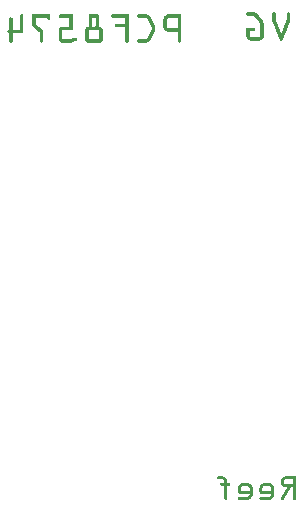
<source format=gbo>
G04 MADE WITH FRITZING*
G04 WWW.FRITZING.ORG*
G04 DOUBLE SIDED*
G04 HOLES PLATED*
G04 CONTOUR ON CENTER OF CONTOUR VECTOR*
%ASAXBY*%
%FSLAX23Y23*%
%MOIN*%
%OFA0B0*%
%SFA1.0B1.0*%
%ADD10R,0.001000X0.001000*%
%LNSILK0*%
G90*
G70*
G54D10*
X1014Y1683D02*
X1038Y1683D01*
X1101Y1683D02*
X1105Y1683D01*
X1149Y1683D02*
X1153Y1683D01*
X1012Y1682D02*
X1041Y1682D01*
X1099Y1682D02*
X1106Y1682D01*
X1147Y1682D02*
X1154Y1682D01*
X1011Y1681D02*
X1043Y1681D01*
X1098Y1681D02*
X1107Y1681D01*
X1147Y1681D02*
X1155Y1681D01*
X1011Y1680D02*
X1044Y1680D01*
X1098Y1680D02*
X1108Y1680D01*
X1146Y1680D02*
X1156Y1680D01*
X1010Y1679D02*
X1045Y1679D01*
X1097Y1679D02*
X1108Y1679D01*
X1145Y1679D02*
X1156Y1679D01*
X1010Y1678D02*
X1046Y1678D01*
X1097Y1678D02*
X1108Y1678D01*
X1145Y1678D02*
X1156Y1678D01*
X1010Y1677D02*
X1047Y1677D01*
X1097Y1677D02*
X1108Y1677D01*
X1145Y1677D02*
X1157Y1677D01*
X259Y1676D02*
X264Y1676D01*
X298Y1676D02*
X354Y1676D01*
X389Y1676D02*
X433Y1676D01*
X488Y1676D02*
X517Y1676D01*
X563Y1676D02*
X619Y1676D01*
X650Y1676D02*
X680Y1676D01*
X747Y1676D02*
X793Y1676D01*
X1010Y1676D02*
X1048Y1676D01*
X1097Y1676D02*
X1108Y1676D01*
X1145Y1676D02*
X1157Y1676D01*
X258Y1675D02*
X265Y1675D01*
X298Y1675D02*
X355Y1675D01*
X387Y1675D02*
X433Y1675D01*
X487Y1675D02*
X518Y1675D01*
X562Y1675D02*
X619Y1675D01*
X649Y1675D02*
X683Y1675D01*
X745Y1675D02*
X793Y1675D01*
X1011Y1675D02*
X1049Y1675D01*
X1097Y1675D02*
X1108Y1675D01*
X1145Y1675D02*
X1157Y1675D01*
X257Y1674D02*
X266Y1674D01*
X298Y1674D02*
X356Y1674D01*
X386Y1674D02*
X433Y1674D01*
X486Y1674D02*
X519Y1674D01*
X561Y1674D02*
X619Y1674D01*
X648Y1674D02*
X684Y1674D01*
X743Y1674D02*
X793Y1674D01*
X1011Y1674D02*
X1050Y1674D01*
X1097Y1674D02*
X1108Y1674D01*
X1145Y1674D02*
X1157Y1674D01*
X257Y1673D02*
X267Y1673D01*
X298Y1673D02*
X357Y1673D01*
X386Y1673D02*
X433Y1673D01*
X485Y1673D02*
X519Y1673D01*
X560Y1673D02*
X619Y1673D01*
X647Y1673D02*
X686Y1673D01*
X742Y1673D02*
X793Y1673D01*
X1012Y1673D02*
X1051Y1673D01*
X1097Y1673D02*
X1108Y1673D01*
X1145Y1673D02*
X1157Y1673D01*
X256Y1672D02*
X267Y1672D01*
X298Y1672D02*
X357Y1672D01*
X385Y1672D02*
X433Y1672D01*
X485Y1672D02*
X520Y1672D01*
X560Y1672D02*
X619Y1672D01*
X647Y1672D02*
X687Y1672D01*
X740Y1672D02*
X793Y1672D01*
X1014Y1672D02*
X1051Y1672D01*
X1097Y1672D02*
X1108Y1672D01*
X1145Y1672D02*
X1157Y1672D01*
X256Y1671D02*
X267Y1671D01*
X298Y1671D02*
X357Y1671D01*
X385Y1671D02*
X433Y1671D01*
X485Y1671D02*
X520Y1671D01*
X560Y1671D02*
X619Y1671D01*
X647Y1671D02*
X688Y1671D01*
X739Y1671D02*
X793Y1671D01*
X1036Y1671D02*
X1052Y1671D01*
X1097Y1671D02*
X1108Y1671D01*
X1145Y1671D02*
X1157Y1671D01*
X256Y1670D02*
X267Y1670D01*
X298Y1670D02*
X357Y1670D01*
X385Y1670D02*
X433Y1670D01*
X485Y1670D02*
X520Y1670D01*
X560Y1670D02*
X619Y1670D01*
X647Y1670D02*
X689Y1670D01*
X738Y1670D02*
X793Y1670D01*
X1038Y1670D02*
X1053Y1670D01*
X1097Y1670D02*
X1108Y1670D01*
X1145Y1670D02*
X1157Y1670D01*
X256Y1669D02*
X267Y1669D01*
X298Y1669D02*
X357Y1669D01*
X386Y1669D02*
X433Y1669D01*
X485Y1669D02*
X520Y1669D01*
X560Y1669D02*
X619Y1669D01*
X647Y1669D02*
X690Y1669D01*
X738Y1669D02*
X793Y1669D01*
X1039Y1669D02*
X1054Y1669D01*
X1097Y1669D02*
X1108Y1669D01*
X1145Y1669D02*
X1157Y1669D01*
X256Y1668D02*
X267Y1668D01*
X298Y1668D02*
X357Y1668D01*
X386Y1668D02*
X433Y1668D01*
X485Y1668D02*
X520Y1668D01*
X560Y1668D02*
X619Y1668D01*
X648Y1668D02*
X690Y1668D01*
X737Y1668D02*
X793Y1668D01*
X1040Y1668D02*
X1054Y1668D01*
X1097Y1668D02*
X1108Y1668D01*
X1145Y1668D02*
X1157Y1668D01*
X256Y1667D02*
X267Y1667D01*
X298Y1667D02*
X357Y1667D01*
X387Y1667D02*
X433Y1667D01*
X485Y1667D02*
X520Y1667D01*
X561Y1667D02*
X619Y1667D01*
X648Y1667D02*
X691Y1667D01*
X736Y1667D02*
X793Y1667D01*
X1041Y1667D02*
X1055Y1667D01*
X1097Y1667D02*
X1108Y1667D01*
X1145Y1667D02*
X1157Y1667D01*
X224Y1666D02*
X227Y1666D01*
X256Y1666D02*
X267Y1666D01*
X298Y1666D02*
X357Y1666D01*
X388Y1666D02*
X433Y1666D01*
X485Y1666D02*
X520Y1666D01*
X562Y1666D02*
X619Y1666D01*
X649Y1666D02*
X691Y1666D01*
X736Y1666D02*
X793Y1666D01*
X1041Y1666D02*
X1056Y1666D01*
X1097Y1666D02*
X1108Y1666D01*
X1145Y1666D02*
X1157Y1666D01*
X222Y1665D02*
X229Y1665D01*
X256Y1665D02*
X267Y1665D01*
X298Y1665D02*
X357Y1665D01*
X389Y1665D02*
X433Y1665D01*
X485Y1665D02*
X520Y1665D01*
X564Y1665D02*
X619Y1665D01*
X651Y1665D02*
X692Y1665D01*
X735Y1665D02*
X793Y1665D01*
X1042Y1665D02*
X1057Y1665D01*
X1097Y1665D02*
X1108Y1665D01*
X1145Y1665D02*
X1157Y1665D01*
X221Y1664D02*
X230Y1664D01*
X256Y1664D02*
X267Y1664D01*
X298Y1664D02*
X309Y1664D01*
X346Y1664D02*
X357Y1664D01*
X421Y1664D02*
X433Y1664D01*
X485Y1664D02*
X496Y1664D01*
X509Y1664D02*
X520Y1664D01*
X608Y1664D02*
X619Y1664D01*
X678Y1664D02*
X692Y1664D01*
X735Y1664D02*
X749Y1664D01*
X782Y1664D02*
X793Y1664D01*
X1043Y1664D02*
X1057Y1664D01*
X1097Y1664D02*
X1108Y1664D01*
X1145Y1664D02*
X1157Y1664D01*
X221Y1663D02*
X231Y1663D01*
X256Y1663D02*
X267Y1663D01*
X298Y1663D02*
X309Y1663D01*
X347Y1663D02*
X357Y1663D01*
X421Y1663D02*
X433Y1663D01*
X485Y1663D02*
X496Y1663D01*
X509Y1663D02*
X520Y1663D01*
X608Y1663D02*
X619Y1663D01*
X680Y1663D02*
X693Y1663D01*
X735Y1663D02*
X748Y1663D01*
X782Y1663D02*
X793Y1663D01*
X1044Y1663D02*
X1058Y1663D01*
X1097Y1663D02*
X1108Y1663D01*
X1145Y1663D02*
X1157Y1663D01*
X220Y1662D02*
X231Y1662D01*
X256Y1662D02*
X267Y1662D01*
X298Y1662D02*
X309Y1662D01*
X347Y1662D02*
X356Y1662D01*
X421Y1662D02*
X433Y1662D01*
X485Y1662D02*
X496Y1662D01*
X509Y1662D02*
X520Y1662D01*
X608Y1662D02*
X619Y1662D01*
X680Y1662D02*
X693Y1662D01*
X734Y1662D02*
X747Y1662D01*
X782Y1662D02*
X793Y1662D01*
X1045Y1662D02*
X1059Y1662D01*
X1097Y1662D02*
X1108Y1662D01*
X1145Y1662D02*
X1157Y1662D01*
X220Y1661D02*
X231Y1661D01*
X256Y1661D02*
X267Y1661D01*
X298Y1661D02*
X309Y1661D01*
X348Y1661D02*
X355Y1661D01*
X421Y1661D02*
X433Y1661D01*
X485Y1661D02*
X496Y1661D01*
X509Y1661D02*
X520Y1661D01*
X608Y1661D02*
X619Y1661D01*
X681Y1661D02*
X694Y1661D01*
X734Y1661D02*
X746Y1661D01*
X782Y1661D02*
X793Y1661D01*
X1045Y1661D02*
X1060Y1661D01*
X1097Y1661D02*
X1108Y1661D01*
X1145Y1661D02*
X1157Y1661D01*
X220Y1660D02*
X231Y1660D01*
X256Y1660D02*
X267Y1660D01*
X298Y1660D02*
X309Y1660D01*
X350Y1660D02*
X354Y1660D01*
X421Y1660D02*
X433Y1660D01*
X485Y1660D02*
X496Y1660D01*
X509Y1660D02*
X520Y1660D01*
X608Y1660D02*
X619Y1660D01*
X682Y1660D02*
X694Y1660D01*
X734Y1660D02*
X746Y1660D01*
X782Y1660D02*
X793Y1660D01*
X1046Y1660D02*
X1061Y1660D01*
X1097Y1660D02*
X1108Y1660D01*
X1145Y1660D02*
X1157Y1660D01*
X220Y1659D02*
X231Y1659D01*
X256Y1659D02*
X267Y1659D01*
X298Y1659D02*
X309Y1659D01*
X421Y1659D02*
X433Y1659D01*
X485Y1659D02*
X496Y1659D01*
X509Y1659D02*
X520Y1659D01*
X608Y1659D02*
X619Y1659D01*
X682Y1659D02*
X695Y1659D01*
X734Y1659D02*
X745Y1659D01*
X782Y1659D02*
X793Y1659D01*
X1047Y1659D02*
X1061Y1659D01*
X1097Y1659D02*
X1108Y1659D01*
X1145Y1659D02*
X1157Y1659D01*
X220Y1658D02*
X231Y1658D01*
X256Y1658D02*
X267Y1658D01*
X298Y1658D02*
X309Y1658D01*
X421Y1658D02*
X433Y1658D01*
X485Y1658D02*
X496Y1658D01*
X509Y1658D02*
X520Y1658D01*
X608Y1658D02*
X619Y1658D01*
X683Y1658D02*
X695Y1658D01*
X734Y1658D02*
X745Y1658D01*
X782Y1658D02*
X793Y1658D01*
X1048Y1658D02*
X1062Y1658D01*
X1097Y1658D02*
X1108Y1658D01*
X1145Y1658D02*
X1157Y1658D01*
X220Y1657D02*
X231Y1657D01*
X256Y1657D02*
X267Y1657D01*
X298Y1657D02*
X309Y1657D01*
X421Y1657D02*
X433Y1657D01*
X485Y1657D02*
X496Y1657D01*
X509Y1657D02*
X520Y1657D01*
X608Y1657D02*
X619Y1657D01*
X683Y1657D02*
X696Y1657D01*
X734Y1657D02*
X745Y1657D01*
X782Y1657D02*
X793Y1657D01*
X1048Y1657D02*
X1063Y1657D01*
X1097Y1657D02*
X1109Y1657D01*
X1145Y1657D02*
X1157Y1657D01*
X220Y1656D02*
X231Y1656D01*
X256Y1656D02*
X267Y1656D01*
X298Y1656D02*
X309Y1656D01*
X421Y1656D02*
X433Y1656D01*
X485Y1656D02*
X496Y1656D01*
X509Y1656D02*
X520Y1656D01*
X608Y1656D02*
X619Y1656D01*
X684Y1656D02*
X696Y1656D01*
X734Y1656D02*
X745Y1656D01*
X782Y1656D02*
X793Y1656D01*
X1049Y1656D02*
X1064Y1656D01*
X1097Y1656D02*
X1109Y1656D01*
X1144Y1656D02*
X1156Y1656D01*
X220Y1655D02*
X231Y1655D01*
X256Y1655D02*
X267Y1655D01*
X298Y1655D02*
X309Y1655D01*
X421Y1655D02*
X433Y1655D01*
X485Y1655D02*
X496Y1655D01*
X509Y1655D02*
X520Y1655D01*
X608Y1655D02*
X619Y1655D01*
X684Y1655D02*
X697Y1655D01*
X734Y1655D02*
X745Y1655D01*
X782Y1655D02*
X793Y1655D01*
X1050Y1655D02*
X1064Y1655D01*
X1097Y1655D02*
X1110Y1655D01*
X1144Y1655D02*
X1156Y1655D01*
X220Y1654D02*
X231Y1654D01*
X256Y1654D02*
X267Y1654D01*
X298Y1654D02*
X309Y1654D01*
X421Y1654D02*
X433Y1654D01*
X485Y1654D02*
X496Y1654D01*
X509Y1654D02*
X520Y1654D01*
X608Y1654D02*
X619Y1654D01*
X685Y1654D02*
X697Y1654D01*
X734Y1654D02*
X745Y1654D01*
X782Y1654D02*
X793Y1654D01*
X1051Y1654D02*
X1065Y1654D01*
X1098Y1654D02*
X1110Y1654D01*
X1144Y1654D02*
X1156Y1654D01*
X220Y1653D02*
X231Y1653D01*
X256Y1653D02*
X267Y1653D01*
X298Y1653D02*
X309Y1653D01*
X421Y1653D02*
X433Y1653D01*
X485Y1653D02*
X496Y1653D01*
X509Y1653D02*
X520Y1653D01*
X608Y1653D02*
X619Y1653D01*
X685Y1653D02*
X698Y1653D01*
X734Y1653D02*
X745Y1653D01*
X782Y1653D02*
X793Y1653D01*
X1052Y1653D02*
X1066Y1653D01*
X1098Y1653D02*
X1110Y1653D01*
X1143Y1653D02*
X1155Y1653D01*
X220Y1652D02*
X231Y1652D01*
X256Y1652D02*
X267Y1652D01*
X298Y1652D02*
X309Y1652D01*
X421Y1652D02*
X433Y1652D01*
X485Y1652D02*
X496Y1652D01*
X509Y1652D02*
X520Y1652D01*
X608Y1652D02*
X619Y1652D01*
X686Y1652D02*
X698Y1652D01*
X734Y1652D02*
X745Y1652D01*
X782Y1652D02*
X793Y1652D01*
X1052Y1652D02*
X1066Y1652D01*
X1099Y1652D02*
X1111Y1652D01*
X1143Y1652D02*
X1155Y1652D01*
X220Y1651D02*
X231Y1651D01*
X256Y1651D02*
X267Y1651D01*
X298Y1651D02*
X309Y1651D01*
X421Y1651D02*
X433Y1651D01*
X485Y1651D02*
X496Y1651D01*
X509Y1651D02*
X520Y1651D01*
X608Y1651D02*
X619Y1651D01*
X686Y1651D02*
X699Y1651D01*
X734Y1651D02*
X745Y1651D01*
X782Y1651D02*
X793Y1651D01*
X1053Y1651D02*
X1067Y1651D01*
X1099Y1651D02*
X1111Y1651D01*
X1143Y1651D02*
X1155Y1651D01*
X220Y1650D02*
X231Y1650D01*
X256Y1650D02*
X267Y1650D01*
X298Y1650D02*
X309Y1650D01*
X421Y1650D02*
X433Y1650D01*
X485Y1650D02*
X496Y1650D01*
X509Y1650D02*
X520Y1650D01*
X608Y1650D02*
X619Y1650D01*
X687Y1650D02*
X699Y1650D01*
X734Y1650D02*
X745Y1650D01*
X782Y1650D02*
X793Y1650D01*
X1054Y1650D02*
X1067Y1650D01*
X1099Y1650D02*
X1112Y1650D01*
X1142Y1650D02*
X1154Y1650D01*
X220Y1649D02*
X231Y1649D01*
X256Y1649D02*
X267Y1649D01*
X298Y1649D02*
X309Y1649D01*
X421Y1649D02*
X433Y1649D01*
X485Y1649D02*
X496Y1649D01*
X509Y1649D02*
X520Y1649D01*
X608Y1649D02*
X619Y1649D01*
X687Y1649D02*
X700Y1649D01*
X734Y1649D02*
X745Y1649D01*
X782Y1649D02*
X793Y1649D01*
X1055Y1649D02*
X1068Y1649D01*
X1100Y1649D02*
X1112Y1649D01*
X1142Y1649D02*
X1154Y1649D01*
X220Y1648D02*
X231Y1648D01*
X256Y1648D02*
X267Y1648D01*
X298Y1648D02*
X309Y1648D01*
X421Y1648D02*
X433Y1648D01*
X485Y1648D02*
X496Y1648D01*
X509Y1648D02*
X520Y1648D01*
X608Y1648D02*
X619Y1648D01*
X688Y1648D02*
X700Y1648D01*
X734Y1648D02*
X745Y1648D01*
X782Y1648D02*
X793Y1648D01*
X1055Y1648D02*
X1068Y1648D01*
X1100Y1648D02*
X1112Y1648D01*
X1141Y1648D02*
X1154Y1648D01*
X220Y1647D02*
X231Y1647D01*
X256Y1647D02*
X267Y1647D01*
X298Y1647D02*
X309Y1647D01*
X421Y1647D02*
X433Y1647D01*
X485Y1647D02*
X496Y1647D01*
X509Y1647D02*
X520Y1647D01*
X608Y1647D02*
X619Y1647D01*
X688Y1647D02*
X701Y1647D01*
X734Y1647D02*
X745Y1647D01*
X782Y1647D02*
X793Y1647D01*
X1056Y1647D02*
X1068Y1647D01*
X1101Y1647D02*
X1113Y1647D01*
X1141Y1647D02*
X1153Y1647D01*
X220Y1646D02*
X231Y1646D01*
X256Y1646D02*
X267Y1646D01*
X298Y1646D02*
X309Y1646D01*
X421Y1646D02*
X433Y1646D01*
X485Y1646D02*
X496Y1646D01*
X509Y1646D02*
X520Y1646D01*
X607Y1646D02*
X619Y1646D01*
X689Y1646D02*
X701Y1646D01*
X734Y1646D02*
X745Y1646D01*
X782Y1646D02*
X793Y1646D01*
X1057Y1646D02*
X1069Y1646D01*
X1101Y1646D02*
X1113Y1646D01*
X1141Y1646D02*
X1153Y1646D01*
X220Y1645D02*
X231Y1645D01*
X256Y1645D02*
X267Y1645D01*
X298Y1645D02*
X309Y1645D01*
X421Y1645D02*
X433Y1645D01*
X485Y1645D02*
X496Y1645D01*
X509Y1645D02*
X520Y1645D01*
X575Y1645D02*
X619Y1645D01*
X689Y1645D02*
X702Y1645D01*
X734Y1645D02*
X745Y1645D01*
X782Y1645D02*
X793Y1645D01*
X1057Y1645D02*
X1069Y1645D01*
X1101Y1645D02*
X1114Y1645D01*
X1140Y1645D02*
X1152Y1645D01*
X220Y1644D02*
X231Y1644D01*
X256Y1644D02*
X267Y1644D01*
X298Y1644D02*
X309Y1644D01*
X421Y1644D02*
X433Y1644D01*
X485Y1644D02*
X496Y1644D01*
X509Y1644D02*
X520Y1644D01*
X574Y1644D02*
X619Y1644D01*
X690Y1644D02*
X702Y1644D01*
X734Y1644D02*
X745Y1644D01*
X782Y1644D02*
X793Y1644D01*
X1058Y1644D02*
X1069Y1644D01*
X1102Y1644D02*
X1114Y1644D01*
X1140Y1644D02*
X1152Y1644D01*
X220Y1643D02*
X231Y1643D01*
X256Y1643D02*
X267Y1643D01*
X298Y1643D02*
X309Y1643D01*
X421Y1643D02*
X433Y1643D01*
X485Y1643D02*
X496Y1643D01*
X509Y1643D02*
X520Y1643D01*
X573Y1643D02*
X619Y1643D01*
X690Y1643D02*
X703Y1643D01*
X734Y1643D02*
X745Y1643D01*
X782Y1643D02*
X793Y1643D01*
X1058Y1643D02*
X1069Y1643D01*
X1102Y1643D02*
X1114Y1643D01*
X1139Y1643D02*
X1152Y1643D01*
X220Y1642D02*
X231Y1642D01*
X256Y1642D02*
X267Y1642D01*
X298Y1642D02*
X310Y1642D01*
X421Y1642D02*
X433Y1642D01*
X485Y1642D02*
X496Y1642D01*
X509Y1642D02*
X520Y1642D01*
X572Y1642D02*
X619Y1642D01*
X691Y1642D02*
X703Y1642D01*
X734Y1642D02*
X745Y1642D01*
X782Y1642D02*
X793Y1642D01*
X1058Y1642D02*
X1069Y1642D01*
X1103Y1642D02*
X1115Y1642D01*
X1139Y1642D02*
X1151Y1642D01*
X220Y1641D02*
X231Y1641D01*
X256Y1641D02*
X267Y1641D01*
X298Y1641D02*
X311Y1641D01*
X421Y1641D02*
X433Y1641D01*
X485Y1641D02*
X496Y1641D01*
X509Y1641D02*
X520Y1641D01*
X572Y1641D02*
X619Y1641D01*
X691Y1641D02*
X704Y1641D01*
X734Y1641D02*
X745Y1641D01*
X782Y1641D02*
X793Y1641D01*
X1058Y1641D02*
X1069Y1641D01*
X1103Y1641D02*
X1115Y1641D01*
X1139Y1641D02*
X1151Y1641D01*
X220Y1640D02*
X231Y1640D01*
X256Y1640D02*
X267Y1640D01*
X298Y1640D02*
X312Y1640D01*
X421Y1640D02*
X433Y1640D01*
X485Y1640D02*
X496Y1640D01*
X509Y1640D02*
X520Y1640D01*
X572Y1640D02*
X619Y1640D01*
X692Y1640D02*
X704Y1640D01*
X734Y1640D02*
X745Y1640D01*
X782Y1640D02*
X793Y1640D01*
X1058Y1640D02*
X1069Y1640D01*
X1103Y1640D02*
X1116Y1640D01*
X1138Y1640D02*
X1150Y1640D01*
X220Y1639D02*
X231Y1639D01*
X256Y1639D02*
X267Y1639D01*
X298Y1639D02*
X314Y1639D01*
X421Y1639D02*
X433Y1639D01*
X485Y1639D02*
X496Y1639D01*
X509Y1639D02*
X520Y1639D01*
X572Y1639D02*
X619Y1639D01*
X692Y1639D02*
X705Y1639D01*
X734Y1639D02*
X745Y1639D01*
X782Y1639D02*
X793Y1639D01*
X1058Y1639D02*
X1069Y1639D01*
X1104Y1639D02*
X1116Y1639D01*
X1138Y1639D02*
X1150Y1639D01*
X220Y1638D02*
X231Y1638D01*
X256Y1638D02*
X267Y1638D01*
X298Y1638D02*
X315Y1638D01*
X421Y1638D02*
X433Y1638D01*
X485Y1638D02*
X496Y1638D01*
X509Y1638D02*
X520Y1638D01*
X572Y1638D02*
X619Y1638D01*
X693Y1638D02*
X705Y1638D01*
X734Y1638D02*
X745Y1638D01*
X782Y1638D02*
X793Y1638D01*
X1058Y1638D02*
X1069Y1638D01*
X1104Y1638D02*
X1116Y1638D01*
X1137Y1638D02*
X1150Y1638D01*
X220Y1637D02*
X231Y1637D01*
X256Y1637D02*
X267Y1637D01*
X299Y1637D02*
X316Y1637D01*
X421Y1637D02*
X433Y1637D01*
X485Y1637D02*
X496Y1637D01*
X509Y1637D02*
X520Y1637D01*
X573Y1637D02*
X619Y1637D01*
X693Y1637D02*
X705Y1637D01*
X734Y1637D02*
X745Y1637D01*
X782Y1637D02*
X793Y1637D01*
X1058Y1637D02*
X1069Y1637D01*
X1105Y1637D02*
X1117Y1637D01*
X1137Y1637D02*
X1149Y1637D01*
X220Y1636D02*
X231Y1636D01*
X256Y1636D02*
X267Y1636D01*
X299Y1636D02*
X317Y1636D01*
X421Y1636D02*
X433Y1636D01*
X485Y1636D02*
X496Y1636D01*
X508Y1636D02*
X520Y1636D01*
X573Y1636D02*
X619Y1636D01*
X694Y1636D02*
X705Y1636D01*
X734Y1636D02*
X745Y1636D01*
X782Y1636D02*
X793Y1636D01*
X1058Y1636D02*
X1069Y1636D01*
X1105Y1636D02*
X1117Y1636D01*
X1137Y1636D02*
X1149Y1636D01*
X220Y1635D02*
X231Y1635D01*
X256Y1635D02*
X267Y1635D01*
X300Y1635D02*
X318Y1635D01*
X394Y1635D02*
X433Y1635D01*
X481Y1635D02*
X524Y1635D01*
X574Y1635D02*
X619Y1635D01*
X694Y1635D02*
X706Y1635D01*
X734Y1635D02*
X746Y1635D01*
X782Y1635D02*
X793Y1635D01*
X1058Y1635D02*
X1069Y1635D01*
X1105Y1635D02*
X1117Y1635D01*
X1136Y1635D02*
X1148Y1635D01*
X220Y1634D02*
X231Y1634D01*
X256Y1634D02*
X267Y1634D01*
X302Y1634D02*
X319Y1634D01*
X392Y1634D02*
X433Y1634D01*
X479Y1634D02*
X526Y1634D01*
X576Y1634D02*
X619Y1634D01*
X694Y1634D02*
X706Y1634D01*
X734Y1634D02*
X746Y1634D01*
X782Y1634D02*
X793Y1634D01*
X1058Y1634D02*
X1069Y1634D01*
X1106Y1634D02*
X1118Y1634D01*
X1136Y1634D02*
X1148Y1634D01*
X220Y1633D02*
X231Y1633D01*
X256Y1633D02*
X267Y1633D01*
X303Y1633D02*
X321Y1633D01*
X390Y1633D02*
X433Y1633D01*
X477Y1633D02*
X527Y1633D01*
X608Y1633D02*
X619Y1633D01*
X695Y1633D02*
X706Y1633D01*
X734Y1633D02*
X747Y1633D01*
X782Y1633D02*
X793Y1633D01*
X1058Y1633D02*
X1069Y1633D01*
X1106Y1633D02*
X1118Y1633D01*
X1135Y1633D02*
X1148Y1633D01*
X220Y1632D02*
X231Y1632D01*
X256Y1632D02*
X267Y1632D01*
X304Y1632D02*
X322Y1632D01*
X389Y1632D02*
X433Y1632D01*
X476Y1632D02*
X528Y1632D01*
X608Y1632D02*
X619Y1632D01*
X695Y1632D02*
X706Y1632D01*
X735Y1632D02*
X748Y1632D01*
X782Y1632D02*
X793Y1632D01*
X1010Y1632D02*
X1035Y1632D01*
X1058Y1632D02*
X1069Y1632D01*
X1106Y1632D02*
X1119Y1632D01*
X1135Y1632D02*
X1147Y1632D01*
X220Y1631D02*
X231Y1631D01*
X256Y1631D02*
X267Y1631D01*
X305Y1631D02*
X323Y1631D01*
X388Y1631D02*
X433Y1631D01*
X475Y1631D02*
X529Y1631D01*
X608Y1631D02*
X619Y1631D01*
X695Y1631D02*
X706Y1631D01*
X735Y1631D02*
X749Y1631D01*
X782Y1631D02*
X793Y1631D01*
X1010Y1631D02*
X1037Y1631D01*
X1058Y1631D02*
X1069Y1631D01*
X1107Y1631D02*
X1119Y1631D01*
X1135Y1631D02*
X1147Y1631D01*
X220Y1630D02*
X231Y1630D01*
X256Y1630D02*
X267Y1630D01*
X306Y1630D02*
X324Y1630D01*
X387Y1630D02*
X433Y1630D01*
X475Y1630D02*
X530Y1630D01*
X608Y1630D02*
X619Y1630D01*
X695Y1630D02*
X706Y1630D01*
X735Y1630D02*
X793Y1630D01*
X1010Y1630D02*
X1038Y1630D01*
X1058Y1630D02*
X1069Y1630D01*
X1107Y1630D02*
X1119Y1630D01*
X1134Y1630D02*
X1147Y1630D01*
X220Y1629D02*
X231Y1629D01*
X256Y1629D02*
X267Y1629D01*
X307Y1629D02*
X325Y1629D01*
X387Y1629D02*
X433Y1629D01*
X474Y1629D02*
X530Y1629D01*
X608Y1629D02*
X619Y1629D01*
X695Y1629D02*
X706Y1629D01*
X736Y1629D02*
X793Y1629D01*
X1010Y1629D02*
X1038Y1629D01*
X1058Y1629D02*
X1069Y1629D01*
X1108Y1629D02*
X1120Y1629D01*
X1134Y1629D02*
X1146Y1629D01*
X220Y1628D02*
X231Y1628D01*
X256Y1628D02*
X267Y1628D01*
X309Y1628D02*
X326Y1628D01*
X386Y1628D02*
X433Y1628D01*
X473Y1628D02*
X531Y1628D01*
X608Y1628D02*
X619Y1628D01*
X695Y1628D02*
X706Y1628D01*
X736Y1628D02*
X793Y1628D01*
X1010Y1628D02*
X1039Y1628D01*
X1058Y1628D02*
X1069Y1628D01*
X1108Y1628D02*
X1120Y1628D01*
X1133Y1628D02*
X1146Y1628D01*
X220Y1627D02*
X231Y1627D01*
X256Y1627D02*
X267Y1627D01*
X310Y1627D02*
X328Y1627D01*
X386Y1627D02*
X433Y1627D01*
X473Y1627D02*
X531Y1627D01*
X608Y1627D02*
X619Y1627D01*
X695Y1627D02*
X706Y1627D01*
X737Y1627D02*
X793Y1627D01*
X1010Y1627D02*
X1039Y1627D01*
X1058Y1627D02*
X1069Y1627D01*
X1108Y1627D02*
X1121Y1627D01*
X1133Y1627D02*
X1145Y1627D01*
X220Y1626D02*
X231Y1626D01*
X256Y1626D02*
X267Y1626D01*
X311Y1626D02*
X329Y1626D01*
X386Y1626D02*
X433Y1626D01*
X473Y1626D02*
X532Y1626D01*
X608Y1626D02*
X619Y1626D01*
X695Y1626D02*
X706Y1626D01*
X738Y1626D02*
X793Y1626D01*
X1010Y1626D02*
X1039Y1626D01*
X1058Y1626D02*
X1069Y1626D01*
X1109Y1626D02*
X1121Y1626D01*
X1133Y1626D02*
X1145Y1626D01*
X218Y1625D02*
X267Y1625D01*
X312Y1625D02*
X330Y1625D01*
X385Y1625D02*
X433Y1625D01*
X473Y1625D02*
X532Y1625D01*
X608Y1625D02*
X619Y1625D01*
X694Y1625D02*
X706Y1625D01*
X738Y1625D02*
X793Y1625D01*
X1010Y1625D02*
X1039Y1625D01*
X1058Y1625D02*
X1069Y1625D01*
X1109Y1625D02*
X1121Y1625D01*
X1132Y1625D02*
X1145Y1625D01*
X216Y1624D02*
X267Y1624D01*
X313Y1624D02*
X331Y1624D01*
X385Y1624D02*
X433Y1624D01*
X473Y1624D02*
X532Y1624D01*
X608Y1624D02*
X619Y1624D01*
X694Y1624D02*
X706Y1624D01*
X739Y1624D02*
X793Y1624D01*
X1010Y1624D02*
X1039Y1624D01*
X1058Y1624D02*
X1069Y1624D01*
X1110Y1624D02*
X1122Y1624D01*
X1132Y1624D02*
X1144Y1624D01*
X215Y1623D02*
X267Y1623D01*
X314Y1623D02*
X332Y1623D01*
X385Y1623D02*
X397Y1623D01*
X472Y1623D02*
X484Y1623D01*
X521Y1623D02*
X532Y1623D01*
X608Y1623D02*
X619Y1623D01*
X694Y1623D02*
X705Y1623D01*
X740Y1623D02*
X793Y1623D01*
X1010Y1623D02*
X1038Y1623D01*
X1058Y1623D02*
X1069Y1623D01*
X1110Y1623D02*
X1122Y1623D01*
X1132Y1623D02*
X1144Y1623D01*
X215Y1622D02*
X267Y1622D01*
X316Y1622D02*
X333Y1622D01*
X385Y1622D02*
X397Y1622D01*
X472Y1622D02*
X484Y1622D01*
X521Y1622D02*
X532Y1622D01*
X608Y1622D02*
X619Y1622D01*
X693Y1622D02*
X705Y1622D01*
X742Y1622D02*
X793Y1622D01*
X1010Y1622D02*
X1038Y1622D01*
X1058Y1622D02*
X1069Y1622D01*
X1110Y1622D02*
X1123Y1622D01*
X1131Y1622D02*
X1143Y1622D01*
X214Y1621D02*
X267Y1621D01*
X317Y1621D02*
X333Y1621D01*
X385Y1621D02*
X397Y1621D01*
X472Y1621D02*
X484Y1621D01*
X521Y1621D02*
X532Y1621D01*
X608Y1621D02*
X619Y1621D01*
X693Y1621D02*
X705Y1621D01*
X743Y1621D02*
X793Y1621D01*
X1010Y1621D02*
X1036Y1621D01*
X1058Y1621D02*
X1069Y1621D01*
X1111Y1621D02*
X1123Y1621D01*
X1131Y1621D02*
X1143Y1621D01*
X214Y1620D02*
X267Y1620D01*
X318Y1620D02*
X333Y1620D01*
X385Y1620D02*
X397Y1620D01*
X472Y1620D02*
X484Y1620D01*
X521Y1620D02*
X532Y1620D01*
X608Y1620D02*
X619Y1620D01*
X692Y1620D02*
X705Y1620D01*
X745Y1620D02*
X793Y1620D01*
X1010Y1620D02*
X1022Y1620D01*
X1058Y1620D02*
X1069Y1620D01*
X1111Y1620D02*
X1123Y1620D01*
X1130Y1620D02*
X1143Y1620D01*
X214Y1619D02*
X267Y1619D01*
X319Y1619D02*
X333Y1619D01*
X385Y1619D02*
X397Y1619D01*
X472Y1619D02*
X484Y1619D01*
X521Y1619D02*
X532Y1619D01*
X608Y1619D02*
X619Y1619D01*
X692Y1619D02*
X704Y1619D01*
X748Y1619D02*
X793Y1619D01*
X1010Y1619D02*
X1021Y1619D01*
X1058Y1619D02*
X1069Y1619D01*
X1112Y1619D02*
X1124Y1619D01*
X1130Y1619D02*
X1142Y1619D01*
X214Y1618D02*
X267Y1618D01*
X320Y1618D02*
X333Y1618D01*
X385Y1618D02*
X397Y1618D01*
X472Y1618D02*
X484Y1618D01*
X521Y1618D02*
X532Y1618D01*
X608Y1618D02*
X619Y1618D01*
X691Y1618D02*
X704Y1618D01*
X782Y1618D02*
X793Y1618D01*
X1010Y1618D02*
X1021Y1618D01*
X1058Y1618D02*
X1069Y1618D01*
X1112Y1618D02*
X1124Y1618D01*
X1130Y1618D02*
X1142Y1618D01*
X214Y1617D02*
X267Y1617D01*
X322Y1617D02*
X333Y1617D01*
X385Y1617D02*
X397Y1617D01*
X472Y1617D02*
X484Y1617D01*
X521Y1617D02*
X532Y1617D01*
X608Y1617D02*
X619Y1617D01*
X691Y1617D02*
X703Y1617D01*
X782Y1617D02*
X793Y1617D01*
X1010Y1617D02*
X1021Y1617D01*
X1058Y1617D02*
X1069Y1617D01*
X1112Y1617D02*
X1125Y1617D01*
X1129Y1617D02*
X1141Y1617D01*
X215Y1616D02*
X267Y1616D01*
X322Y1616D02*
X333Y1616D01*
X385Y1616D02*
X397Y1616D01*
X472Y1616D02*
X484Y1616D01*
X521Y1616D02*
X532Y1616D01*
X608Y1616D02*
X619Y1616D01*
X690Y1616D02*
X703Y1616D01*
X782Y1616D02*
X793Y1616D01*
X1010Y1616D02*
X1021Y1616D01*
X1058Y1616D02*
X1069Y1616D01*
X1113Y1616D02*
X1125Y1616D01*
X1129Y1616D02*
X1141Y1616D01*
X216Y1615D02*
X267Y1615D01*
X322Y1615D02*
X333Y1615D01*
X385Y1615D02*
X397Y1615D01*
X472Y1615D02*
X484Y1615D01*
X521Y1615D02*
X532Y1615D01*
X608Y1615D02*
X619Y1615D01*
X690Y1615D02*
X702Y1615D01*
X782Y1615D02*
X793Y1615D01*
X1010Y1615D02*
X1021Y1615D01*
X1058Y1615D02*
X1069Y1615D01*
X1113Y1615D02*
X1125Y1615D01*
X1128Y1615D02*
X1141Y1615D01*
X217Y1614D02*
X267Y1614D01*
X322Y1614D02*
X333Y1614D01*
X385Y1614D02*
X397Y1614D01*
X472Y1614D02*
X484Y1614D01*
X521Y1614D02*
X532Y1614D01*
X608Y1614D02*
X619Y1614D01*
X689Y1614D02*
X702Y1614D01*
X782Y1614D02*
X793Y1614D01*
X1010Y1614D02*
X1021Y1614D01*
X1058Y1614D02*
X1069Y1614D01*
X1113Y1614D02*
X1126Y1614D01*
X1128Y1614D02*
X1140Y1614D01*
X220Y1613D02*
X231Y1613D01*
X322Y1613D02*
X333Y1613D01*
X385Y1613D02*
X397Y1613D01*
X472Y1613D02*
X484Y1613D01*
X521Y1613D02*
X532Y1613D01*
X608Y1613D02*
X619Y1613D01*
X689Y1613D02*
X701Y1613D01*
X782Y1613D02*
X793Y1613D01*
X1010Y1613D02*
X1021Y1613D01*
X1058Y1613D02*
X1069Y1613D01*
X1114Y1613D02*
X1126Y1613D01*
X1128Y1613D02*
X1140Y1613D01*
X220Y1612D02*
X231Y1612D01*
X322Y1612D02*
X333Y1612D01*
X385Y1612D02*
X397Y1612D01*
X472Y1612D02*
X484Y1612D01*
X521Y1612D02*
X532Y1612D01*
X608Y1612D02*
X619Y1612D01*
X688Y1612D02*
X701Y1612D01*
X782Y1612D02*
X793Y1612D01*
X1010Y1612D02*
X1021Y1612D01*
X1058Y1612D02*
X1069Y1612D01*
X1114Y1612D02*
X1140Y1612D01*
X220Y1611D02*
X231Y1611D01*
X322Y1611D02*
X333Y1611D01*
X385Y1611D02*
X397Y1611D01*
X472Y1611D02*
X484Y1611D01*
X521Y1611D02*
X532Y1611D01*
X608Y1611D02*
X619Y1611D01*
X688Y1611D02*
X700Y1611D01*
X782Y1611D02*
X793Y1611D01*
X1010Y1611D02*
X1021Y1611D01*
X1058Y1611D02*
X1069Y1611D01*
X1115Y1611D02*
X1139Y1611D01*
X220Y1610D02*
X231Y1610D01*
X322Y1610D02*
X333Y1610D01*
X385Y1610D02*
X397Y1610D01*
X472Y1610D02*
X484Y1610D01*
X521Y1610D02*
X532Y1610D01*
X608Y1610D02*
X619Y1610D01*
X687Y1610D02*
X700Y1610D01*
X782Y1610D02*
X793Y1610D01*
X1010Y1610D02*
X1021Y1610D01*
X1058Y1610D02*
X1069Y1610D01*
X1115Y1610D02*
X1139Y1610D01*
X220Y1609D02*
X231Y1609D01*
X322Y1609D02*
X333Y1609D01*
X385Y1609D02*
X397Y1609D01*
X472Y1609D02*
X484Y1609D01*
X521Y1609D02*
X532Y1609D01*
X608Y1609D02*
X619Y1609D01*
X687Y1609D02*
X699Y1609D01*
X782Y1609D02*
X793Y1609D01*
X1010Y1609D02*
X1021Y1609D01*
X1058Y1609D02*
X1069Y1609D01*
X1115Y1609D02*
X1138Y1609D01*
X220Y1608D02*
X231Y1608D01*
X322Y1608D02*
X333Y1608D01*
X385Y1608D02*
X397Y1608D01*
X472Y1608D02*
X484Y1608D01*
X521Y1608D02*
X532Y1608D01*
X608Y1608D02*
X619Y1608D01*
X686Y1608D02*
X699Y1608D01*
X782Y1608D02*
X793Y1608D01*
X1010Y1608D02*
X1021Y1608D01*
X1058Y1608D02*
X1069Y1608D01*
X1116Y1608D02*
X1138Y1608D01*
X220Y1607D02*
X231Y1607D01*
X322Y1607D02*
X333Y1607D01*
X385Y1607D02*
X397Y1607D01*
X472Y1607D02*
X484Y1607D01*
X521Y1607D02*
X532Y1607D01*
X608Y1607D02*
X619Y1607D01*
X686Y1607D02*
X698Y1607D01*
X782Y1607D02*
X793Y1607D01*
X1010Y1607D02*
X1021Y1607D01*
X1058Y1607D02*
X1069Y1607D01*
X1116Y1607D02*
X1138Y1607D01*
X220Y1606D02*
X231Y1606D01*
X322Y1606D02*
X333Y1606D01*
X385Y1606D02*
X397Y1606D01*
X472Y1606D02*
X484Y1606D01*
X521Y1606D02*
X532Y1606D01*
X608Y1606D02*
X619Y1606D01*
X685Y1606D02*
X698Y1606D01*
X782Y1606D02*
X793Y1606D01*
X1010Y1606D02*
X1021Y1606D01*
X1058Y1606D02*
X1069Y1606D01*
X1117Y1606D02*
X1137Y1606D01*
X220Y1605D02*
X231Y1605D01*
X322Y1605D02*
X333Y1605D01*
X385Y1605D02*
X397Y1605D01*
X472Y1605D02*
X484Y1605D01*
X521Y1605D02*
X532Y1605D01*
X608Y1605D02*
X619Y1605D01*
X685Y1605D02*
X697Y1605D01*
X782Y1605D02*
X793Y1605D01*
X1010Y1605D02*
X1022Y1605D01*
X1057Y1605D02*
X1069Y1605D01*
X1117Y1605D02*
X1137Y1605D01*
X220Y1604D02*
X231Y1604D01*
X322Y1604D02*
X333Y1604D01*
X385Y1604D02*
X397Y1604D01*
X472Y1604D02*
X484Y1604D01*
X521Y1604D02*
X532Y1604D01*
X608Y1604D02*
X619Y1604D01*
X684Y1604D02*
X697Y1604D01*
X782Y1604D02*
X793Y1604D01*
X1010Y1604D02*
X1023Y1604D01*
X1057Y1604D02*
X1069Y1604D01*
X1117Y1604D02*
X1136Y1604D01*
X220Y1603D02*
X231Y1603D01*
X322Y1603D02*
X333Y1603D01*
X385Y1603D02*
X397Y1603D01*
X472Y1603D02*
X484Y1603D01*
X521Y1603D02*
X532Y1603D01*
X608Y1603D02*
X619Y1603D01*
X684Y1603D02*
X696Y1603D01*
X782Y1603D02*
X793Y1603D01*
X1011Y1603D02*
X1023Y1603D01*
X1056Y1603D02*
X1069Y1603D01*
X1118Y1603D02*
X1136Y1603D01*
X220Y1602D02*
X231Y1602D01*
X322Y1602D02*
X333Y1602D01*
X385Y1602D02*
X397Y1602D01*
X472Y1602D02*
X484Y1602D01*
X521Y1602D02*
X532Y1602D01*
X608Y1602D02*
X619Y1602D01*
X683Y1602D02*
X696Y1602D01*
X782Y1602D02*
X793Y1602D01*
X1011Y1602D02*
X1025Y1602D01*
X1054Y1602D02*
X1068Y1602D01*
X1118Y1602D02*
X1136Y1602D01*
X220Y1601D02*
X231Y1601D01*
X322Y1601D02*
X333Y1601D01*
X385Y1601D02*
X397Y1601D01*
X472Y1601D02*
X484Y1601D01*
X521Y1601D02*
X532Y1601D01*
X608Y1601D02*
X619Y1601D01*
X682Y1601D02*
X695Y1601D01*
X782Y1601D02*
X793Y1601D01*
X1011Y1601D02*
X1068Y1601D01*
X1119Y1601D02*
X1135Y1601D01*
X220Y1600D02*
X231Y1600D01*
X322Y1600D02*
X333Y1600D01*
X385Y1600D02*
X397Y1600D01*
X472Y1600D02*
X484Y1600D01*
X521Y1600D02*
X532Y1600D01*
X608Y1600D02*
X619Y1600D01*
X682Y1600D02*
X695Y1600D01*
X782Y1600D02*
X793Y1600D01*
X1012Y1600D02*
X1068Y1600D01*
X1119Y1600D02*
X1135Y1600D01*
X220Y1599D02*
X231Y1599D01*
X322Y1599D02*
X333Y1599D01*
X385Y1599D02*
X397Y1599D01*
X437Y1599D02*
X441Y1599D01*
X472Y1599D02*
X484Y1599D01*
X521Y1599D02*
X532Y1599D01*
X608Y1599D02*
X619Y1599D01*
X681Y1599D02*
X694Y1599D01*
X782Y1599D02*
X793Y1599D01*
X1012Y1599D02*
X1067Y1599D01*
X1119Y1599D02*
X1134Y1599D01*
X220Y1598D02*
X231Y1598D01*
X322Y1598D02*
X333Y1598D01*
X385Y1598D02*
X397Y1598D01*
X434Y1598D02*
X443Y1598D01*
X472Y1598D02*
X484Y1598D01*
X521Y1598D02*
X532Y1598D01*
X608Y1598D02*
X619Y1598D01*
X681Y1598D02*
X694Y1598D01*
X782Y1598D02*
X793Y1598D01*
X1013Y1598D02*
X1067Y1598D01*
X1120Y1598D02*
X1134Y1598D01*
X220Y1597D02*
X231Y1597D01*
X322Y1597D02*
X333Y1597D01*
X385Y1597D02*
X397Y1597D01*
X432Y1597D02*
X443Y1597D01*
X472Y1597D02*
X484Y1597D01*
X521Y1597D02*
X532Y1597D01*
X608Y1597D02*
X619Y1597D01*
X680Y1597D02*
X693Y1597D01*
X782Y1597D02*
X793Y1597D01*
X1013Y1597D02*
X1066Y1597D01*
X1120Y1597D02*
X1134Y1597D01*
X220Y1596D02*
X231Y1596D01*
X322Y1596D02*
X333Y1596D01*
X385Y1596D02*
X397Y1596D01*
X430Y1596D02*
X444Y1596D01*
X472Y1596D02*
X484Y1596D01*
X521Y1596D02*
X532Y1596D01*
X608Y1596D02*
X619Y1596D01*
X680Y1596D02*
X693Y1596D01*
X782Y1596D02*
X793Y1596D01*
X1014Y1596D02*
X1065Y1596D01*
X1121Y1596D02*
X1133Y1596D01*
X220Y1595D02*
X231Y1595D01*
X322Y1595D02*
X333Y1595D01*
X385Y1595D02*
X397Y1595D01*
X427Y1595D02*
X444Y1595D01*
X472Y1595D02*
X484Y1595D01*
X521Y1595D02*
X532Y1595D01*
X608Y1595D02*
X619Y1595D01*
X678Y1595D02*
X692Y1595D01*
X782Y1595D02*
X793Y1595D01*
X1015Y1595D02*
X1064Y1595D01*
X1121Y1595D02*
X1133Y1595D01*
X220Y1594D02*
X231Y1594D01*
X322Y1594D02*
X333Y1594D01*
X385Y1594D02*
X445Y1594D01*
X473Y1594D02*
X532Y1594D01*
X608Y1594D02*
X619Y1594D01*
X651Y1594D02*
X692Y1594D01*
X782Y1594D02*
X793Y1594D01*
X1016Y1594D02*
X1063Y1594D01*
X1121Y1594D02*
X1133Y1594D01*
X220Y1593D02*
X231Y1593D01*
X322Y1593D02*
X333Y1593D01*
X385Y1593D02*
X445Y1593D01*
X473Y1593D02*
X532Y1593D01*
X608Y1593D02*
X619Y1593D01*
X649Y1593D02*
X691Y1593D01*
X782Y1593D02*
X793Y1593D01*
X1017Y1593D02*
X1062Y1593D01*
X1122Y1593D02*
X1132Y1593D01*
X220Y1592D02*
X231Y1592D01*
X322Y1592D02*
X333Y1592D01*
X386Y1592D02*
X444Y1592D01*
X473Y1592D02*
X532Y1592D01*
X608Y1592D02*
X619Y1592D01*
X648Y1592D02*
X691Y1592D01*
X782Y1592D02*
X793Y1592D01*
X1019Y1592D02*
X1061Y1592D01*
X1122Y1592D02*
X1132Y1592D01*
X220Y1591D02*
X231Y1591D01*
X322Y1591D02*
X333Y1591D01*
X386Y1591D02*
X444Y1591D01*
X473Y1591D02*
X531Y1591D01*
X608Y1591D02*
X619Y1591D01*
X648Y1591D02*
X690Y1591D01*
X782Y1591D02*
X793Y1591D01*
X1021Y1591D02*
X1059Y1591D01*
X1123Y1591D02*
X1131Y1591D01*
X220Y1590D02*
X231Y1590D01*
X322Y1590D02*
X333Y1590D01*
X386Y1590D02*
X444Y1590D01*
X473Y1590D02*
X531Y1590D01*
X608Y1590D02*
X619Y1590D01*
X647Y1590D02*
X689Y1590D01*
X782Y1590D02*
X793Y1590D01*
X1023Y1590D02*
X1056Y1590D01*
X1124Y1590D02*
X1130Y1590D01*
X220Y1589D02*
X231Y1589D01*
X322Y1589D02*
X333Y1589D01*
X387Y1589D02*
X443Y1589D01*
X474Y1589D02*
X530Y1589D01*
X608Y1589D02*
X619Y1589D01*
X647Y1589D02*
X689Y1589D01*
X782Y1589D02*
X793Y1589D01*
X220Y1588D02*
X231Y1588D01*
X322Y1588D02*
X333Y1588D01*
X387Y1588D02*
X441Y1588D01*
X474Y1588D02*
X530Y1588D01*
X608Y1588D02*
X619Y1588D01*
X647Y1588D02*
X688Y1588D01*
X782Y1588D02*
X793Y1588D01*
X220Y1587D02*
X231Y1587D01*
X322Y1587D02*
X333Y1587D01*
X388Y1587D02*
X439Y1587D01*
X475Y1587D02*
X529Y1587D01*
X608Y1587D02*
X619Y1587D01*
X647Y1587D02*
X687Y1587D01*
X782Y1587D02*
X793Y1587D01*
X221Y1586D02*
X231Y1586D01*
X323Y1586D02*
X333Y1586D01*
X389Y1586D02*
X437Y1586D01*
X476Y1586D02*
X528Y1586D01*
X608Y1586D02*
X618Y1586D01*
X647Y1586D02*
X685Y1586D01*
X783Y1586D02*
X793Y1586D01*
X221Y1585D02*
X230Y1585D01*
X323Y1585D02*
X332Y1585D01*
X390Y1585D02*
X435Y1585D01*
X477Y1585D02*
X527Y1585D01*
X609Y1585D02*
X618Y1585D01*
X648Y1585D02*
X684Y1585D01*
X783Y1585D02*
X792Y1585D01*
X222Y1584D02*
X229Y1584D01*
X324Y1584D02*
X331Y1584D01*
X392Y1584D02*
X432Y1584D01*
X479Y1584D02*
X526Y1584D01*
X610Y1584D02*
X617Y1584D01*
X649Y1584D02*
X682Y1584D01*
X784Y1584D02*
X791Y1584D01*
X223Y1583D02*
X228Y1583D01*
X326Y1583D02*
X330Y1583D01*
X394Y1583D02*
X429Y1583D01*
X481Y1583D02*
X524Y1583D01*
X611Y1583D02*
X616Y1583D01*
X650Y1583D02*
X680Y1583D01*
X786Y1583D02*
X790Y1583D01*
X916Y136D02*
X932Y136D01*
X1139Y136D02*
X1175Y136D01*
X915Y135D02*
X936Y135D01*
X1135Y135D02*
X1175Y135D01*
X914Y134D02*
X938Y134D01*
X1134Y134D02*
X1175Y134D01*
X913Y133D02*
X939Y133D01*
X1132Y133D02*
X1175Y133D01*
X913Y132D02*
X941Y132D01*
X1131Y132D02*
X1175Y132D01*
X913Y131D02*
X942Y131D01*
X1130Y131D02*
X1175Y131D01*
X913Y130D02*
X943Y130D01*
X1129Y130D02*
X1175Y130D01*
X914Y129D02*
X943Y129D01*
X1129Y129D02*
X1175Y129D01*
X914Y128D02*
X944Y128D01*
X1128Y128D02*
X1175Y128D01*
X915Y127D02*
X945Y127D01*
X1127Y127D02*
X1175Y127D01*
X932Y126D02*
X945Y126D01*
X1127Y126D02*
X1139Y126D01*
X1166Y126D02*
X1175Y126D01*
X934Y125D02*
X946Y125D01*
X1127Y125D02*
X1137Y125D01*
X1166Y125D02*
X1175Y125D01*
X935Y124D02*
X946Y124D01*
X1127Y124D02*
X1136Y124D01*
X1166Y124D02*
X1175Y124D01*
X936Y123D02*
X946Y123D01*
X1126Y123D02*
X1136Y123D01*
X1166Y123D02*
X1175Y123D01*
X937Y122D02*
X946Y122D01*
X1126Y122D02*
X1136Y122D01*
X1166Y122D02*
X1175Y122D01*
X937Y121D02*
X947Y121D01*
X1126Y121D02*
X1135Y121D01*
X1166Y121D02*
X1175Y121D01*
X938Y120D02*
X947Y120D01*
X1126Y120D02*
X1135Y120D01*
X1166Y120D02*
X1175Y120D01*
X938Y119D02*
X947Y119D01*
X1126Y119D02*
X1135Y119D01*
X1166Y119D02*
X1175Y119D01*
X938Y118D02*
X947Y118D01*
X1126Y118D02*
X1135Y118D01*
X1166Y118D02*
X1175Y118D01*
X938Y117D02*
X947Y117D01*
X1126Y117D02*
X1135Y117D01*
X1166Y117D02*
X1175Y117D01*
X938Y116D02*
X947Y116D01*
X1126Y116D02*
X1135Y116D01*
X1166Y116D02*
X1175Y116D01*
X927Y115D02*
X952Y115D01*
X999Y115D02*
X1014Y115D01*
X1071Y115D02*
X1086Y115D01*
X1126Y115D02*
X1136Y115D01*
X1166Y115D02*
X1175Y115D01*
X925Y114D02*
X955Y114D01*
X995Y114D02*
X1018Y114D01*
X1067Y114D02*
X1090Y114D01*
X1126Y114D02*
X1136Y114D01*
X1166Y114D02*
X1175Y114D01*
X924Y113D02*
X956Y113D01*
X993Y113D02*
X1020Y113D01*
X1065Y113D02*
X1092Y113D01*
X1127Y113D02*
X1136Y113D01*
X1166Y113D02*
X1175Y113D01*
X923Y112D02*
X956Y112D01*
X992Y112D02*
X1022Y112D01*
X1064Y112D02*
X1093Y112D01*
X1127Y112D02*
X1137Y112D01*
X1166Y112D02*
X1175Y112D01*
X923Y111D02*
X957Y111D01*
X991Y111D02*
X1023Y111D01*
X1063Y111D02*
X1095Y111D01*
X1127Y111D02*
X1139Y111D01*
X1166Y111D02*
X1175Y111D01*
X923Y110D02*
X957Y110D01*
X989Y110D02*
X1024Y110D01*
X1061Y110D02*
X1096Y110D01*
X1127Y110D02*
X1175Y110D01*
X923Y109D02*
X957Y109D01*
X988Y109D02*
X1025Y109D01*
X1060Y109D02*
X1097Y109D01*
X1128Y109D02*
X1175Y109D01*
X923Y108D02*
X956Y108D01*
X987Y108D02*
X1026Y108D01*
X1059Y108D02*
X1098Y108D01*
X1129Y108D02*
X1175Y108D01*
X924Y107D02*
X956Y107D01*
X986Y107D02*
X1027Y107D01*
X1058Y107D02*
X1099Y107D01*
X1129Y107D02*
X1175Y107D01*
X925Y106D02*
X955Y106D01*
X985Y106D02*
X1028Y106D01*
X1057Y106D02*
X1100Y106D01*
X1130Y106D02*
X1175Y106D01*
X928Y105D02*
X951Y105D01*
X985Y105D02*
X1029Y105D01*
X1057Y105D02*
X1101Y105D01*
X1131Y105D02*
X1175Y105D01*
X938Y104D02*
X947Y104D01*
X984Y104D02*
X997Y104D01*
X1016Y104D02*
X1029Y104D01*
X1056Y104D02*
X1069Y104D01*
X1088Y104D02*
X1101Y104D01*
X1132Y104D02*
X1175Y104D01*
X938Y103D02*
X947Y103D01*
X984Y103D02*
X995Y103D01*
X1018Y103D02*
X1030Y103D01*
X1056Y103D02*
X1067Y103D01*
X1090Y103D02*
X1102Y103D01*
X1134Y103D02*
X1175Y103D01*
X938Y102D02*
X947Y102D01*
X983Y102D02*
X994Y102D01*
X1019Y102D02*
X1030Y102D01*
X1055Y102D02*
X1066Y102D01*
X1091Y102D02*
X1102Y102D01*
X1135Y102D02*
X1175Y102D01*
X938Y101D02*
X947Y101D01*
X983Y101D02*
X993Y101D01*
X1020Y101D02*
X1030Y101D01*
X1055Y101D02*
X1065Y101D01*
X1092Y101D02*
X1102Y101D01*
X1139Y101D02*
X1175Y101D01*
X938Y100D02*
X947Y100D01*
X983Y100D02*
X992Y100D01*
X1021Y100D02*
X1031Y100D01*
X1055Y100D02*
X1064Y100D01*
X1093Y100D02*
X1103Y100D01*
X1147Y100D02*
X1158Y100D01*
X1166Y100D02*
X1175Y100D01*
X938Y99D02*
X947Y99D01*
X982Y99D02*
X992Y99D01*
X1022Y99D02*
X1031Y99D01*
X1054Y99D02*
X1064Y99D01*
X1094Y99D02*
X1103Y99D01*
X1146Y99D02*
X1157Y99D01*
X1166Y99D02*
X1175Y99D01*
X938Y98D02*
X947Y98D01*
X982Y98D02*
X992Y98D01*
X1022Y98D02*
X1031Y98D01*
X1054Y98D02*
X1064Y98D01*
X1094Y98D02*
X1103Y98D01*
X1146Y98D02*
X1156Y98D01*
X1166Y98D02*
X1175Y98D01*
X938Y97D02*
X947Y97D01*
X982Y97D02*
X991Y97D01*
X1022Y97D02*
X1031Y97D01*
X1054Y97D02*
X1063Y97D01*
X1094Y97D02*
X1103Y97D01*
X1145Y97D02*
X1156Y97D01*
X1166Y97D02*
X1175Y97D01*
X938Y96D02*
X947Y96D01*
X982Y96D02*
X991Y96D01*
X1022Y96D02*
X1031Y96D01*
X1054Y96D02*
X1063Y96D01*
X1094Y96D02*
X1103Y96D01*
X1145Y96D02*
X1155Y96D01*
X1166Y96D02*
X1175Y96D01*
X938Y95D02*
X947Y95D01*
X982Y95D02*
X991Y95D01*
X1022Y95D02*
X1031Y95D01*
X1054Y95D02*
X1063Y95D01*
X1094Y95D02*
X1103Y95D01*
X1144Y95D02*
X1155Y95D01*
X1166Y95D02*
X1175Y95D01*
X938Y94D02*
X947Y94D01*
X982Y94D02*
X991Y94D01*
X1022Y94D02*
X1031Y94D01*
X1054Y94D02*
X1063Y94D01*
X1094Y94D02*
X1103Y94D01*
X1143Y94D02*
X1154Y94D01*
X1166Y94D02*
X1175Y94D01*
X938Y93D02*
X947Y93D01*
X982Y93D02*
X991Y93D01*
X1022Y93D02*
X1031Y93D01*
X1054Y93D02*
X1063Y93D01*
X1094Y93D02*
X1103Y93D01*
X1143Y93D02*
X1154Y93D01*
X1166Y93D02*
X1175Y93D01*
X938Y92D02*
X947Y92D01*
X982Y92D02*
X991Y92D01*
X1022Y92D02*
X1031Y92D01*
X1054Y92D02*
X1063Y92D01*
X1094Y92D02*
X1103Y92D01*
X1142Y92D02*
X1153Y92D01*
X1166Y92D02*
X1175Y92D01*
X938Y91D02*
X947Y91D01*
X982Y91D02*
X991Y91D01*
X1022Y91D02*
X1031Y91D01*
X1054Y91D02*
X1063Y91D01*
X1094Y91D02*
X1103Y91D01*
X1142Y91D02*
X1152Y91D01*
X1166Y91D02*
X1175Y91D01*
X938Y90D02*
X947Y90D01*
X982Y90D02*
X991Y90D01*
X1022Y90D02*
X1031Y90D01*
X1054Y90D02*
X1063Y90D01*
X1094Y90D02*
X1103Y90D01*
X1141Y90D02*
X1152Y90D01*
X1166Y90D02*
X1175Y90D01*
X938Y89D02*
X947Y89D01*
X982Y89D02*
X1031Y89D01*
X1054Y89D02*
X1103Y89D01*
X1140Y89D02*
X1151Y89D01*
X1166Y89D02*
X1175Y89D01*
X938Y88D02*
X947Y88D01*
X982Y88D02*
X1031Y88D01*
X1054Y88D02*
X1103Y88D01*
X1140Y88D02*
X1151Y88D01*
X1166Y88D02*
X1175Y88D01*
X938Y87D02*
X947Y87D01*
X982Y87D02*
X1031Y87D01*
X1054Y87D02*
X1103Y87D01*
X1139Y87D02*
X1150Y87D01*
X1166Y87D02*
X1175Y87D01*
X938Y86D02*
X947Y86D01*
X982Y86D02*
X1031Y86D01*
X1054Y86D02*
X1103Y86D01*
X1139Y86D02*
X1149Y86D01*
X1166Y86D02*
X1175Y86D01*
X938Y85D02*
X947Y85D01*
X982Y85D02*
X1031Y85D01*
X1054Y85D02*
X1103Y85D01*
X1138Y85D02*
X1149Y85D01*
X1166Y85D02*
X1175Y85D01*
X938Y84D02*
X947Y84D01*
X982Y84D02*
X1031Y84D01*
X1054Y84D02*
X1103Y84D01*
X1138Y84D02*
X1148Y84D01*
X1166Y84D02*
X1175Y84D01*
X938Y83D02*
X947Y83D01*
X983Y83D02*
X1031Y83D01*
X1055Y83D02*
X1103Y83D01*
X1137Y83D02*
X1148Y83D01*
X1166Y83D02*
X1175Y83D01*
X938Y82D02*
X947Y82D01*
X983Y82D02*
X1031Y82D01*
X1055Y82D02*
X1103Y82D01*
X1136Y82D02*
X1147Y82D01*
X1166Y82D02*
X1175Y82D01*
X938Y81D02*
X947Y81D01*
X984Y81D02*
X1031Y81D01*
X1056Y81D02*
X1103Y81D01*
X1136Y81D02*
X1147Y81D01*
X1166Y81D02*
X1175Y81D01*
X938Y80D02*
X947Y80D01*
X985Y80D02*
X1031Y80D01*
X1057Y80D02*
X1103Y80D01*
X1135Y80D02*
X1146Y80D01*
X1166Y80D02*
X1175Y80D01*
X938Y79D02*
X947Y79D01*
X1022Y79D02*
X1031Y79D01*
X1094Y79D02*
X1103Y79D01*
X1135Y79D02*
X1145Y79D01*
X1166Y79D02*
X1175Y79D01*
X938Y78D02*
X947Y78D01*
X1022Y78D02*
X1031Y78D01*
X1094Y78D02*
X1103Y78D01*
X1134Y78D02*
X1145Y78D01*
X1166Y78D02*
X1175Y78D01*
X938Y77D02*
X947Y77D01*
X1022Y77D02*
X1031Y77D01*
X1094Y77D02*
X1103Y77D01*
X1133Y77D02*
X1144Y77D01*
X1166Y77D02*
X1175Y77D01*
X938Y76D02*
X947Y76D01*
X1022Y76D02*
X1031Y76D01*
X1094Y76D02*
X1103Y76D01*
X1133Y76D02*
X1144Y76D01*
X1166Y76D02*
X1175Y76D01*
X938Y75D02*
X947Y75D01*
X1022Y75D02*
X1031Y75D01*
X1094Y75D02*
X1103Y75D01*
X1132Y75D02*
X1143Y75D01*
X1166Y75D02*
X1175Y75D01*
X938Y74D02*
X947Y74D01*
X1021Y74D02*
X1031Y74D01*
X1093Y74D02*
X1103Y74D01*
X1132Y74D02*
X1142Y74D01*
X1166Y74D02*
X1175Y74D01*
X938Y73D02*
X947Y73D01*
X1021Y73D02*
X1031Y73D01*
X1093Y73D02*
X1103Y73D01*
X1131Y73D02*
X1142Y73D01*
X1166Y73D02*
X1175Y73D01*
X938Y72D02*
X947Y72D01*
X1020Y72D02*
X1030Y72D01*
X1092Y72D02*
X1102Y72D01*
X1131Y72D02*
X1141Y72D01*
X1166Y72D02*
X1175Y72D01*
X938Y71D02*
X947Y71D01*
X1018Y71D02*
X1030Y71D01*
X1090Y71D02*
X1102Y71D01*
X1130Y71D02*
X1141Y71D01*
X1166Y71D02*
X1175Y71D01*
X938Y70D02*
X947Y70D01*
X1017Y70D02*
X1030Y70D01*
X1089Y70D02*
X1102Y70D01*
X1129Y70D02*
X1140Y70D01*
X1166Y70D02*
X1175Y70D01*
X938Y69D02*
X947Y69D01*
X1016Y69D02*
X1029Y69D01*
X1088Y69D02*
X1101Y69D01*
X1129Y69D02*
X1140Y69D01*
X1166Y69D02*
X1175Y69D01*
X938Y68D02*
X947Y68D01*
X985Y68D02*
X1029Y68D01*
X1057Y68D02*
X1101Y68D01*
X1128Y68D02*
X1139Y68D01*
X1166Y68D02*
X1175Y68D01*
X938Y67D02*
X947Y67D01*
X984Y67D02*
X1028Y67D01*
X1056Y67D02*
X1100Y67D01*
X1128Y67D02*
X1138Y67D01*
X1166Y67D02*
X1175Y67D01*
X938Y66D02*
X947Y66D01*
X983Y66D02*
X1027Y66D01*
X1055Y66D02*
X1099Y66D01*
X1127Y66D02*
X1138Y66D01*
X1166Y66D02*
X1175Y66D01*
X938Y65D02*
X947Y65D01*
X983Y65D02*
X1026Y65D01*
X1055Y65D02*
X1098Y65D01*
X1127Y65D02*
X1137Y65D01*
X1166Y65D02*
X1175Y65D01*
X938Y64D02*
X947Y64D01*
X982Y64D02*
X1025Y64D01*
X1054Y64D02*
X1097Y64D01*
X1126Y64D02*
X1137Y64D01*
X1166Y64D02*
X1175Y64D01*
X938Y63D02*
X947Y63D01*
X982Y63D02*
X1024Y63D01*
X1054Y63D02*
X1096Y63D01*
X1126Y63D02*
X1136Y63D01*
X1166Y63D02*
X1175Y63D01*
X938Y62D02*
X947Y62D01*
X983Y62D02*
X1022Y62D01*
X1055Y62D02*
X1094Y62D01*
X1127Y62D02*
X1135Y62D01*
X1166Y62D02*
X1175Y62D01*
X938Y61D02*
X946Y61D01*
X983Y61D02*
X1021Y61D01*
X1055Y61D02*
X1093Y61D01*
X1127Y61D02*
X1135Y61D01*
X1167Y61D02*
X1174Y61D01*
X939Y60D02*
X945Y60D01*
X984Y60D02*
X1019Y60D01*
X1056Y60D02*
X1091Y60D01*
X1128Y60D02*
X1134Y60D01*
X1167Y60D02*
X1174Y60D01*
X940Y59D02*
X944Y59D01*
X985Y59D02*
X1017Y59D01*
X1057Y59D02*
X1089Y59D01*
X1129Y59D02*
X1133Y59D01*
X1169Y59D02*
X1172Y59D01*
D02*
G04 End of Silk0*
M02*
</source>
